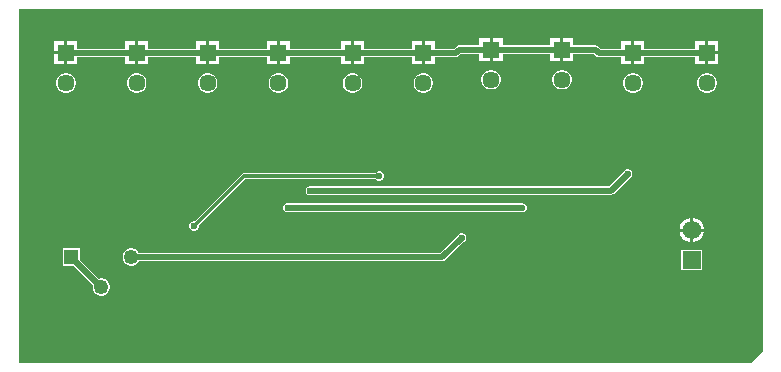
<source format=gbl>
G04*
G04 #@! TF.GenerationSoftware,Altium Limited,Altium Designer,24.8.2 (39)*
G04*
G04 Layer_Physical_Order=2*
G04 Layer_Color=16711680*
%FSLAX44Y44*%
%MOMM*%
G71*
G04*
G04 #@! TF.SameCoordinates,0CE2364C-DE86-47B0-8F42-6A72043F3B29*
G04*
G04*
G04 #@! TF.FilePolarity,Positive*
G04*
G01*
G75*
%ADD24C,1.4500*%
%ADD25R,1.4500X1.4500*%
%ADD26C,1.5700*%
%ADD27R,1.5700X1.5700*%
%ADD28C,1.2500*%
%ADD29R,1.2500X1.2500*%
%ADD31C,0.3000*%
%ADD32C,0.5000*%
%ADD33C,0.6000*%
G36*
X630000Y10000D02*
X620000Y0D01*
X0D01*
Y300000D01*
X630000D01*
Y10000D01*
D02*
G37*
%LPC*%
G36*
X458730Y275190D02*
X450210D01*
Y268968D01*
X409790D01*
Y275190D01*
X401270D01*
Y265400D01*
Y255610D01*
X409790D01*
Y261831D01*
X450210D01*
Y255610D01*
X458730D01*
Y265400D01*
Y275190D01*
D02*
G37*
G36*
X581430Y272490D02*
X572910D01*
Y266268D01*
X529790D01*
Y272490D01*
X521270D01*
Y262700D01*
Y252910D01*
X529790D01*
Y259131D01*
X572910D01*
Y252910D01*
X581430D01*
Y262700D01*
Y272490D01*
D02*
G37*
G36*
X398730Y275190D02*
X390210D01*
Y268968D01*
X372610D01*
X371244Y268697D01*
X370087Y267923D01*
X368432Y266268D01*
X352490D01*
Y272490D01*
X343970D01*
Y262700D01*
Y252910D01*
X352490D01*
Y259131D01*
X369910D01*
X371276Y259403D01*
X372433Y260176D01*
X374088Y261831D01*
X390210D01*
Y255610D01*
X398730D01*
Y265400D01*
Y275190D01*
D02*
G37*
G36*
X341430Y272490D02*
X332910D01*
Y266268D01*
X292490D01*
Y272490D01*
X283970D01*
Y262700D01*
Y252910D01*
X292490D01*
Y259131D01*
X332910D01*
Y252910D01*
X341430D01*
Y262700D01*
Y272490D01*
D02*
G37*
G36*
X281430D02*
X272910D01*
Y266268D01*
X229790D01*
Y272490D01*
X221270D01*
Y262700D01*
Y252910D01*
X229790D01*
Y259131D01*
X272910D01*
Y252910D01*
X281430D01*
Y262700D01*
Y272490D01*
D02*
G37*
G36*
X218730D02*
X210210D01*
Y266268D01*
X169790D01*
Y272490D01*
X161270D01*
Y262700D01*
Y252910D01*
X169790D01*
Y259131D01*
X210210D01*
Y252910D01*
X218730D01*
Y262700D01*
Y272490D01*
D02*
G37*
G36*
X158730D02*
X150210D01*
Y266268D01*
X109790D01*
Y272490D01*
X101270D01*
Y262700D01*
Y252910D01*
X109790D01*
Y259131D01*
X150210D01*
Y252910D01*
X158730D01*
Y262700D01*
Y272490D01*
D02*
G37*
G36*
X98730D02*
X90210D01*
Y266268D01*
X49790D01*
Y272490D01*
X41270D01*
Y262700D01*
Y252910D01*
X49790D01*
Y259131D01*
X90210D01*
Y252910D01*
X98730D01*
Y262700D01*
Y272490D01*
D02*
G37*
G36*
X592490D02*
X583970D01*
Y263970D01*
X592490D01*
Y272490D01*
D02*
G37*
G36*
X38730D02*
X30210D01*
Y263970D01*
X38730D01*
Y272490D01*
D02*
G37*
G36*
X592490Y261430D02*
X583970D01*
Y252910D01*
X592490D01*
Y261430D01*
D02*
G37*
G36*
X469790Y275190D02*
X461270D01*
Y265400D01*
Y255610D01*
X469790D01*
Y261831D01*
X487050D01*
X488705Y260176D01*
X489862Y259403D01*
X491228Y259131D01*
X510210D01*
Y252910D01*
X518730D01*
Y262700D01*
Y272490D01*
X510210D01*
Y266268D01*
X492706D01*
X491051Y267923D01*
X489894Y268697D01*
X488528Y268968D01*
X469790D01*
Y275190D01*
D02*
G37*
G36*
X38730Y261430D02*
X30210D01*
Y252910D01*
X38730D01*
Y261430D01*
D02*
G37*
G36*
X461086Y248250D02*
X458914D01*
X456816Y247688D01*
X454935Y246601D01*
X453399Y245065D01*
X452313Y243184D01*
X451750Y241086D01*
Y238914D01*
X452313Y236815D01*
X453399Y234934D01*
X454935Y233398D01*
X456816Y232312D01*
X458914Y231750D01*
X461086D01*
X463185Y232312D01*
X465066Y233398D01*
X466602Y234934D01*
X467688Y236815D01*
X468250Y238914D01*
Y241086D01*
X467688Y243184D01*
X466602Y245065D01*
X465066Y246601D01*
X463185Y247688D01*
X461086Y248250D01*
D02*
G37*
G36*
X401086D02*
X398914D01*
X396815Y247688D01*
X394934Y246601D01*
X393398Y245065D01*
X392312Y243184D01*
X391750Y241086D01*
Y238914D01*
X392312Y236815D01*
X393398Y234934D01*
X394934Y233398D01*
X396815Y232312D01*
X398914Y231750D01*
X401086D01*
X403184Y232312D01*
X405065Y233398D01*
X406601Y234934D01*
X407688Y236815D01*
X408250Y238914D01*
Y241086D01*
X407688Y243184D01*
X406601Y245065D01*
X405065Y246601D01*
X403184Y247688D01*
X401086Y248250D01*
D02*
G37*
G36*
X583786Y245550D02*
X581614D01*
X579516Y244988D01*
X577634Y243901D01*
X576098Y242365D01*
X575012Y240484D01*
X574450Y238386D01*
Y236214D01*
X575012Y234115D01*
X576098Y232234D01*
X577634Y230698D01*
X579516Y229612D01*
X581614Y229050D01*
X583786D01*
X585884Y229612D01*
X587766Y230698D01*
X589302Y232234D01*
X590388Y234115D01*
X590950Y236214D01*
Y238386D01*
X590388Y240484D01*
X589302Y242365D01*
X587766Y243901D01*
X585884Y244988D01*
X583786Y245550D01*
D02*
G37*
G36*
X521086D02*
X518914D01*
X516816Y244988D01*
X514935Y243901D01*
X513399Y242365D01*
X512312Y240484D01*
X511750Y238386D01*
Y236214D01*
X512312Y234115D01*
X513399Y232234D01*
X514935Y230698D01*
X516816Y229612D01*
X518914Y229050D01*
X521086D01*
X523185Y229612D01*
X525066Y230698D01*
X526602Y232234D01*
X527688Y234115D01*
X528250Y236214D01*
Y238386D01*
X527688Y240484D01*
X526602Y242365D01*
X525066Y243901D01*
X523185Y244988D01*
X521086Y245550D01*
D02*
G37*
G36*
X343786D02*
X341614D01*
X339516Y244988D01*
X337634Y243901D01*
X336098Y242365D01*
X335012Y240484D01*
X334450Y238386D01*
Y236214D01*
X335012Y234115D01*
X336098Y232234D01*
X337634Y230698D01*
X339516Y229612D01*
X341614Y229050D01*
X343786D01*
X345884Y229612D01*
X347766Y230698D01*
X349302Y232234D01*
X350388Y234115D01*
X350950Y236214D01*
Y238386D01*
X350388Y240484D01*
X349302Y242365D01*
X347766Y243901D01*
X345884Y244988D01*
X343786Y245550D01*
D02*
G37*
G36*
X283786D02*
X281614D01*
X279516Y244988D01*
X277635Y243901D01*
X276098Y242365D01*
X275012Y240484D01*
X274450Y238386D01*
Y236214D01*
X275012Y234115D01*
X276098Y232234D01*
X277635Y230698D01*
X279516Y229612D01*
X281614Y229050D01*
X283786D01*
X285884Y229612D01*
X287766Y230698D01*
X289302Y232234D01*
X290388Y234115D01*
X290950Y236214D01*
Y238386D01*
X290388Y240484D01*
X289302Y242365D01*
X287766Y243901D01*
X285884Y244988D01*
X283786Y245550D01*
D02*
G37*
G36*
X221086D02*
X218914D01*
X216816Y244988D01*
X214935Y243901D01*
X213399Y242365D01*
X212313Y240484D01*
X211750Y238386D01*
Y236214D01*
X212313Y234115D01*
X213399Y232234D01*
X214935Y230698D01*
X216816Y229612D01*
X218914Y229050D01*
X221086D01*
X223185Y229612D01*
X225066Y230698D01*
X226602Y232234D01*
X227688Y234115D01*
X228250Y236214D01*
Y238386D01*
X227688Y240484D01*
X226602Y242365D01*
X225066Y243901D01*
X223185Y244988D01*
X221086Y245550D01*
D02*
G37*
G36*
X161086D02*
X158914D01*
X156816Y244988D01*
X154934Y243901D01*
X153398Y242365D01*
X152312Y240484D01*
X151750Y238386D01*
Y236214D01*
X152312Y234115D01*
X153398Y232234D01*
X154934Y230698D01*
X156816Y229612D01*
X158914Y229050D01*
X161086D01*
X163184Y229612D01*
X165065Y230698D01*
X166602Y232234D01*
X167688Y234115D01*
X168250Y236214D01*
Y238386D01*
X167688Y240484D01*
X166602Y242365D01*
X165065Y243901D01*
X163184Y244988D01*
X161086Y245550D01*
D02*
G37*
G36*
X101086D02*
X98914D01*
X96816Y244988D01*
X94934Y243901D01*
X93398Y242365D01*
X92312Y240484D01*
X91750Y238386D01*
Y236214D01*
X92312Y234115D01*
X93398Y232234D01*
X94934Y230698D01*
X96816Y229612D01*
X98914Y229050D01*
X101086D01*
X103184Y229612D01*
X105066Y230698D01*
X106602Y232234D01*
X107688Y234115D01*
X108250Y236214D01*
Y238386D01*
X107688Y240484D01*
X106602Y242365D01*
X105066Y243901D01*
X103184Y244988D01*
X101086Y245550D01*
D02*
G37*
G36*
X41086D02*
X38914D01*
X36816Y244988D01*
X34934Y243901D01*
X33398Y242365D01*
X32312Y240484D01*
X31750Y238386D01*
Y236214D01*
X32312Y234115D01*
X33398Y232234D01*
X34934Y230698D01*
X36816Y229612D01*
X38914Y229050D01*
X41086D01*
X43184Y229612D01*
X45066Y230698D01*
X46602Y232234D01*
X47688Y234115D01*
X48250Y236214D01*
Y238386D01*
X47688Y240484D01*
X46602Y242365D01*
X45066Y243901D01*
X43184Y244988D01*
X41086Y245550D01*
D02*
G37*
G36*
X306190Y162320D02*
X304598D01*
X303128Y161711D01*
X302286Y160869D01*
X190840D01*
X189865Y160675D01*
X189038Y160122D01*
X149057Y120141D01*
X147866D01*
X146396Y119532D01*
X145270Y118407D01*
X144661Y116937D01*
Y115346D01*
X145270Y113876D01*
X146396Y112750D01*
X147866Y112141D01*
X149457D01*
X150927Y112750D01*
X152052Y113876D01*
X152661Y115346D01*
Y116537D01*
X191896Y155771D01*
X302286D01*
X303128Y154929D01*
X304598Y154320D01*
X306190D01*
X307660Y154929D01*
X308785Y156054D01*
X309394Y157524D01*
Y159116D01*
X308785Y160586D01*
X307660Y161711D01*
X306190Y162320D01*
D02*
G37*
G36*
X516502Y164098D02*
X514910D01*
X513440Y163489D01*
X512315Y162364D01*
X511884Y161322D01*
X500258Y149697D01*
X248811D01*
X247770Y150128D01*
X246178D01*
X244708Y149519D01*
X243583Y148394D01*
X242974Y146924D01*
Y145332D01*
X243583Y143862D01*
X244708Y142737D01*
X246178Y142128D01*
X247770D01*
X248811Y142559D01*
X501736D01*
X503102Y142831D01*
X504259Y143605D01*
X516930Y156276D01*
X517972Y156707D01*
X519097Y157832D01*
X519706Y159302D01*
Y160894D01*
X519097Y162364D01*
X517972Y163489D01*
X516502Y164098D01*
D02*
G37*
G36*
X426840Y135650D02*
X425248D01*
X424207Y135219D01*
X229507D01*
X228466Y135650D01*
X226874D01*
X225404Y135041D01*
X224279Y133916D01*
X223670Y132446D01*
Y130854D01*
X224279Y129384D01*
X225404Y128259D01*
X226874Y127650D01*
X228466D01*
X229507Y128081D01*
X424207D01*
X425248Y127650D01*
X426840D01*
X428310Y128259D01*
X429435Y129384D01*
X430044Y130854D01*
Y132446D01*
X429435Y133916D01*
X428310Y135041D01*
X426840Y135650D01*
D02*
G37*
G36*
X571368Y123090D02*
X571270D01*
Y113970D01*
X580390D01*
Y114068D01*
X579682Y116711D01*
X578314Y119080D01*
X576380Y121014D01*
X574010Y122382D01*
X571368Y123090D01*
D02*
G37*
G36*
X568730D02*
X568632D01*
X565990Y122382D01*
X563620Y121014D01*
X561686Y119080D01*
X560318Y116711D01*
X559610Y114068D01*
Y113970D01*
X568730D01*
Y123090D01*
D02*
G37*
G36*
X580390Y111430D02*
X571270D01*
Y102310D01*
X571368D01*
X574010Y103018D01*
X576380Y104386D01*
X578314Y106320D01*
X579682Y108690D01*
X580390Y111332D01*
Y111430D01*
D02*
G37*
G36*
X568730D02*
X559610D01*
Y111332D01*
X560318Y108690D01*
X561686Y106320D01*
X563620Y104386D01*
X565990Y103018D01*
X568632Y102310D01*
X568730D01*
Y111430D01*
D02*
G37*
G36*
X375786Y110350D02*
X374194D01*
X372724Y109741D01*
X371599Y108616D01*
X371168Y107574D01*
X357012Y93419D01*
X101711D01*
X101201Y94302D01*
X99852Y95652D01*
X98198Y96606D01*
X96355Y97100D01*
X94445D01*
X92602Y96606D01*
X90948Y95652D01*
X89599Y94302D01*
X88644Y92649D01*
X88150Y90805D01*
Y88896D01*
X88644Y87052D01*
X89599Y85399D01*
X90948Y84049D01*
X92602Y83094D01*
X94445Y82600D01*
X96355D01*
X98198Y83094D01*
X99852Y84049D01*
X101201Y85399D01*
X101711Y86282D01*
X358490D01*
X359856Y86553D01*
X361013Y87327D01*
X376214Y102528D01*
X377256Y102959D01*
X378381Y104084D01*
X378990Y105554D01*
Y107146D01*
X378381Y108616D01*
X377256Y109741D01*
X375786Y110350D01*
D02*
G37*
G36*
X578850Y96150D02*
X561150D01*
Y78450D01*
X578850D01*
Y96150D01*
D02*
G37*
G36*
X51850Y97100D02*
X37350D01*
Y82600D01*
X46739D01*
X63000Y66339D01*
X62750Y65405D01*
Y63496D01*
X63244Y61652D01*
X64199Y59999D01*
X65548Y58649D01*
X67202Y57694D01*
X69046Y57200D01*
X70954D01*
X72798Y57694D01*
X74452Y58649D01*
X75801Y59999D01*
X76756Y61652D01*
X77250Y63496D01*
Y65405D01*
X76756Y67249D01*
X75801Y68902D01*
X74452Y70252D01*
X72798Y71206D01*
X70954Y71700D01*
X69046D01*
X68010Y71423D01*
X51850Y87583D01*
Y97100D01*
D02*
G37*
%LPD*%
D24*
X40000Y237300D02*
D03*
X520000D02*
D03*
X160000D02*
D03*
X460000Y240000D02*
D03*
X400000D02*
D03*
X220000Y237300D02*
D03*
X100000D02*
D03*
X282700D02*
D03*
X342700D02*
D03*
X582700D02*
D03*
D25*
X40000Y262700D02*
D03*
X520000D02*
D03*
X160000D02*
D03*
X460000Y265400D02*
D03*
X400000D02*
D03*
X220000Y262700D02*
D03*
X100000D02*
D03*
X282700D02*
D03*
X342700D02*
D03*
X582700D02*
D03*
D26*
X570000Y112700D02*
D03*
D27*
Y87300D02*
D03*
D28*
X70000Y64450D02*
D03*
X95400Y89850D02*
D03*
D29*
X44600D02*
D03*
D31*
X148661Y116141D02*
X190840Y158320D01*
X305394D01*
D32*
X40000Y262700D02*
X100000D01*
X160000D01*
X220000D01*
X282700D01*
X342700D01*
X369910D01*
X372610Y265400D01*
X400000D01*
X460000D01*
X488528D01*
X491228Y262700D01*
X520000D01*
X582700D01*
X95400Y89850D02*
X358490D01*
X374990Y106350D01*
X246974Y146128D02*
X501736D01*
X515706Y160098D01*
X227670Y131650D02*
X426044D01*
X69936Y64450D02*
X70000D01*
X44600Y89786D02*
X69936Y64450D01*
X44600Y89786D02*
Y89850D01*
D33*
X148661Y116141D02*
D03*
X305394Y158320D02*
D03*
X374990Y106350D02*
D03*
X246974Y146128D02*
D03*
X515706Y160098D02*
D03*
X227670Y131650D02*
D03*
X426044D02*
D03*
M02*

</source>
